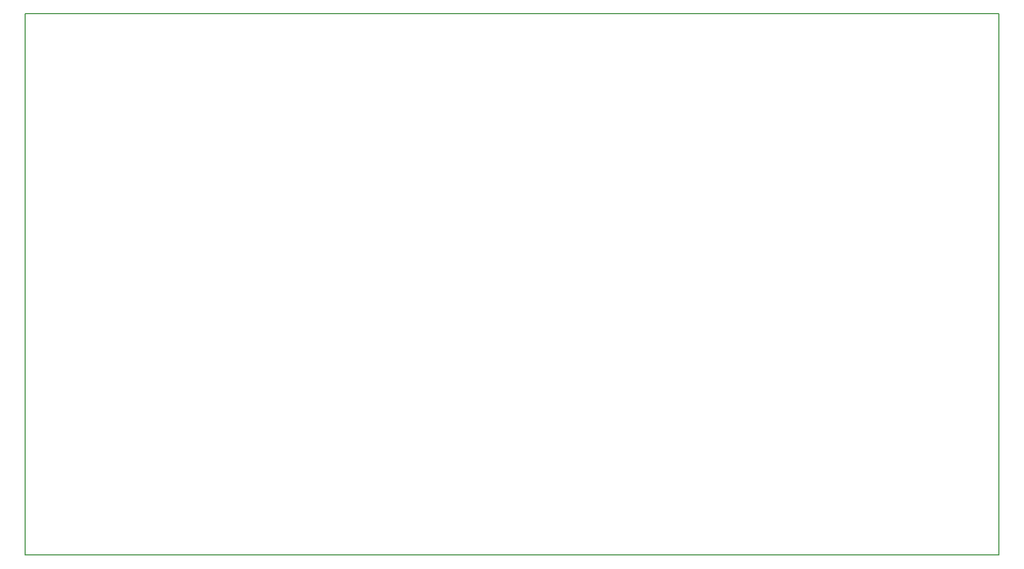
<source format=gbr>
G04 PROTEUS GERBER X2 FILE*
%TF.GenerationSoftware,Labcenter,Proteus,8.11-SP0-Build30052*%
%TF.CreationDate,2023-05-22T14:03:23+00:00*%
%TF.FileFunction,AssemblyDrawing,Bot*%
%TF.FilePolarity,Positive*%
%TF.Part,Single*%
%TF.SameCoordinates,{9aae922a-4e75-4b79-837c-5e4d9500d0df}*%
%FSLAX45Y45*%
%MOMM*%
G01*
%TA.AperFunction,Profile*%
%ADD70C,0.203200*%
%TD.AperFunction*%
D70*
X-15250000Y+4500000D02*
X+500000Y+4500000D01*
X+500000Y+13250000D01*
X-15250000Y+13250000D01*
X-15250000Y+4500000D01*
M02*

</source>
